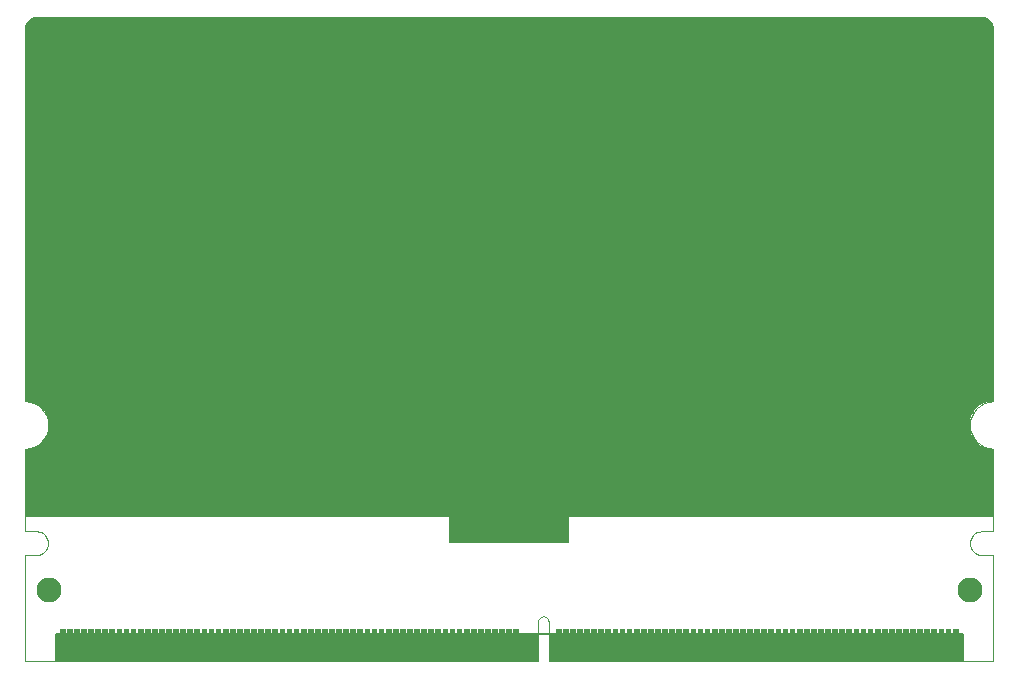
<source format=gbr>
*
%FSLAX26Y26*%
%MOIN*%
%ADD10C,0.003937*%
%ADD11C,0.005906*%
%ADD12R,0.089370X0.089370*%
%ADD13C,0.023811*%
%ADD14R,0.059055X0.059055*%
%ADD15R,0.157480X0.157480*%
%ADD16R,0.094488X0.094488*%
%ADD17R,0.020748X0.020748*%
%ADD18R,0.076772X0.076772*%
%ADD19R,0.158500X0.158500*%
%ADD20C,0.004000*%
%ADD21R,0.004000X0.004000*%
%ADD22C,0.077250*%
%ADD23C,0.082835*%
%ADD24R,0.004500X0.004500*%
%IPPOS*%
%LNgts.gbr*%
%LPD*%
G75*
G36*
X979Y484010D02*
Y707788D01*
X15983Y709310D01*
X30891Y713946D01*
X44381Y721275D01*
X56132Y730977D01*
X65829Y742734D01*
X67595Y745988D01*
X73745Y754089D01*
X75620Y764181D01*
X77779Y771139D01*
X78863Y781648D01*
X78855Y781797D01*
X79394Y787142D01*
X77783Y803149D01*
X73157Y818063D01*
X70233Y823453D01*
X69021Y826924D01*
X67428Y828625D01*
X65836Y831560D01*
X56139Y843320D01*
X44387Y853025D01*
X30896Y860356D01*
X15986Y864994D01*
X979Y866516D01*
Y2107260D01*
X1764Y2115036D01*
X3998Y2122227D01*
X7534Y2128736D01*
X12218Y2134408D01*
X17894Y2139088D01*
X24405Y2142621D01*
X31599Y2144854D01*
X39377Y2145638D01*
X2369866Y2145634D01*
X3190942Y2145429D01*
X3196703Y2144848D01*
X3203897Y2142615D01*
X3210404Y2139083D01*
X3216077Y2134403D01*
X3220757Y2128731D01*
X3224289Y2122222D01*
X3226521Y2115031D01*
X3227306Y2107255D01*
X3227069Y866561D01*
X3212097Y864928D01*
X3197227Y860266D01*
X3183775Y852925D01*
X3172059Y843221D01*
X3166765Y836785D01*
X3165478Y835585D01*
X3165029Y834675D01*
X3162395Y831472D01*
X3155098Y817996D01*
X3150487Y803109D01*
X3148876Y787136D01*
X3149334Y782596D01*
X3148942Y779286D01*
X3149958Y776414D01*
X3150487Y771170D01*
X3155097Y756293D01*
X3162391Y742822D01*
X3172049Y731079D01*
X3183758Y721377D01*
X3188664Y718697D01*
X3189887Y717475D01*
X3192073Y716836D01*
X3197202Y714035D01*
X3212062Y709370D01*
X3227026Y707804D01*
X3226930Y484010D01*
X979D01*
G37*
G54D10*
X3226708Y866561D02*
X3226347Y866486D01*
X3149101Y780627D02*
X3148942Y779286D01*
X3149262Y778383D01*
X3189887Y717475D02*
X3190104Y717411D01*
X3224961Y484010D02*
X2947D01*
X69089Y747957D02*
X73745Y754089D01*
X75254Y762213D01*
X69545Y825422D02*
X69021Y826924D01*
X2371832Y2145633D02*
X3188974Y2145430D01*
G54D11*
X102485Y3953D02*
Y90506D01*
X3126107D02*
Y3946D01*
G54D12*
X910556Y1049758D03*
G54D13*
D03*
G54D12*
Y1482829D03*
G54D13*
D03*
Y1374561D03*
G54D12*
D03*
Y1266294D03*
G54D13*
D03*
G54D12*
Y1158026D03*
G54D13*
D03*
X2318037Y1482829D03*
G54D12*
D03*
G54D13*
Y1374561D03*
G54D12*
D03*
G54D13*
Y1266294D03*
G54D12*
D03*
G54D13*
Y1158026D03*
G54D12*
D03*
G54D14*
X624730Y1575940D02*
Y1606255D01*
G54D13*
X694021Y1591097D03*
G54D12*
D03*
G54D13*
X910556Y1699365D03*
G54D12*
D03*
X2318037D03*
G54D13*
D03*
Y941491D03*
G54D12*
D03*
G54D13*
X802289Y1591097D03*
G54D12*
D03*
X748155Y1699365D03*
G54D13*
D03*
Y1482829D03*
G54D12*
D03*
G54D15*
X413509Y1512357D02*
Y1669837D01*
G54D16*
X535163Y1480270D02*
X637525D01*
X535163Y1701924D02*
X637525D01*
G54D13*
X531619Y1591097D03*
G54D12*
Y1557042D02*
Y1625152D01*
G54D13*
X748155Y941491D03*
G54D12*
D03*
X2480438Y1158026D03*
G54D13*
D03*
G54D15*
X413509Y971018D02*
Y1128498D01*
G54D16*
X535163Y1160585D02*
X637525D01*
X535163Y938931D02*
X637525D01*
G54D13*
X531619Y1049758D03*
G54D12*
Y1015703D02*
Y1083813D01*
G54D14*
X624730Y1034600D02*
Y1064915D01*
G54D12*
X694021Y1049758D03*
G54D13*
D03*
G54D12*
X748155Y1158026D03*
G54D13*
D03*
X802289Y1049758D03*
G54D12*
D03*
X2426304Y1591097D03*
G54D13*
D03*
X2480438Y1699365D03*
G54D12*
D03*
G54D14*
X2603863Y1575940D02*
Y1606255D01*
G54D12*
X2534572Y1591097D03*
G54D13*
D03*
G54D15*
X2815084Y1512357D02*
Y1669837D01*
G54D16*
X2591068Y1701924D02*
X2693430D01*
X2591068Y1480270D02*
X2693430D01*
G54D13*
X2696974Y1591097D03*
G54D12*
Y1557042D02*
Y1625152D01*
G54D16*
X2591068Y938931D02*
X2693430D01*
X2591068Y1160585D02*
X2693430D01*
G54D15*
X2815084Y971018D02*
Y1128498D01*
G54D12*
X2696974Y1015703D02*
Y1083813D01*
G54D13*
Y1049758D03*
G54D14*
X2603863Y1034600D02*
Y1064915D01*
G54D12*
X2534572Y1049758D03*
G54D13*
D03*
X2480438Y941491D03*
G54D12*
D03*
X2426304Y1049758D03*
G54D13*
D03*
X2480438Y1482829D03*
G54D12*
D03*
G54D17*
X126107Y23577D02*
Y98381D01*
X149730Y23577D02*
Y98381D01*
X173352Y23577D02*
Y98381D01*
X196974Y23577D02*
Y98381D01*
X220596Y23577D02*
Y98381D01*
X244218Y23577D02*
Y98381D01*
X267840Y23577D02*
Y98381D01*
X291462Y23577D02*
Y98381D01*
X315084Y23577D02*
Y98381D01*
X338706Y23577D02*
Y98381D01*
X362328Y23577D02*
Y98381D01*
X385950Y23577D02*
Y98381D01*
X409572Y23577D02*
Y98381D01*
X433194Y23577D02*
Y98381D01*
X456816Y23577D02*
Y98381D01*
X480438Y23577D02*
Y98381D01*
X504060Y23577D02*
Y98381D01*
X527682Y23577D02*
Y98381D01*
X551304Y23577D02*
Y98381D01*
X574926Y23577D02*
Y98381D01*
X598548Y23577D02*
Y98381D01*
X622170Y23577D02*
Y98381D01*
X645793Y23577D02*
Y98381D01*
X669415Y23577D02*
Y98381D01*
X693037Y23577D02*
Y98381D01*
X716659Y23577D02*
Y98381D01*
X740281Y23577D02*
Y98381D01*
X763903Y23577D02*
Y98381D01*
X787525Y23577D02*
Y98381D01*
X811147Y23577D02*
Y98381D01*
X834769Y23577D02*
Y98381D01*
X858391Y23577D02*
Y98381D01*
X882013Y23577D02*
Y98381D01*
X905635Y23577D02*
Y98381D01*
X929257Y23577D02*
Y98381D01*
X952879Y23577D02*
Y98381D01*
X976501Y23577D02*
Y98381D01*
X1000123Y23577D02*
Y98381D01*
X1023745Y23577D02*
Y98381D01*
X1047367Y23577D02*
Y98381D01*
X1070989Y23577D02*
Y98381D01*
X1094611Y23577D02*
Y98381D01*
X1118233Y23577D02*
Y98381D01*
X1141856Y23577D02*
Y98381D01*
X1165478Y23577D02*
Y98381D01*
X1189100Y23577D02*
Y98381D01*
X1212722Y23577D02*
Y98381D01*
X1236344Y23577D02*
Y98381D01*
X1259966Y23577D02*
Y98381D01*
X1283588Y23577D02*
Y98381D01*
X1307210Y23577D02*
Y98381D01*
X1330832Y23577D02*
Y98381D01*
X1354454Y23577D02*
Y98381D01*
X1378076Y23577D02*
Y98381D01*
X1401698Y23577D02*
Y98381D01*
X1425320Y23577D02*
Y98381D01*
X1448942Y23577D02*
Y98381D01*
X1472564Y23577D02*
Y98381D01*
X1496186Y23577D02*
Y98381D01*
X1519808Y23577D02*
Y98381D01*
X1543430Y23577D02*
Y98381D01*
X1567052Y23577D02*
Y98381D01*
X1590674Y23577D02*
Y98381D01*
X1614296Y23577D02*
Y98381D01*
X1637919Y23577D02*
Y98381D01*
X1779651Y23577D02*
Y98381D01*
X1803273Y23577D02*
Y98381D01*
X1826895Y23577D02*
Y98381D01*
X1850517Y23577D02*
Y98381D01*
X1874139Y23577D02*
Y98381D01*
X1897761Y23577D02*
Y98381D01*
X1921383Y23577D02*
Y98381D01*
X1945005Y23577D02*
Y98381D01*
X1968627Y23577D02*
Y98381D01*
X1992249Y23577D02*
Y98381D01*
X2015871Y23577D02*
Y98381D01*
X2039493Y23577D02*
Y98381D01*
X2063115Y23577D02*
Y98381D01*
X2086737Y23577D02*
Y98381D01*
X2110359Y23577D02*
Y98381D01*
X2133981Y23577D02*
Y98381D01*
X2157604Y23577D02*
Y98381D01*
X2181226Y23577D02*
Y98381D01*
X2204848Y23577D02*
Y98381D01*
X2228470Y23577D02*
Y98381D01*
X2252092Y23577D02*
Y98381D01*
X2275714Y23577D02*
Y98381D01*
X2299336Y23577D02*
Y98381D01*
X2322958Y23577D02*
Y98381D01*
X2346580Y23577D02*
Y98381D01*
X2370202Y23577D02*
Y98381D01*
X2393824Y23577D02*
Y98381D01*
X2417446Y23577D02*
Y98381D01*
X2441068Y23577D02*
Y98381D01*
X2464690Y23577D02*
Y98381D01*
X2488312Y23577D02*
Y98381D01*
X2511934Y23577D02*
Y98381D01*
X2535556Y23577D02*
Y98381D01*
X2559178Y23577D02*
Y98381D01*
X2582800Y23577D02*
Y98381D01*
X2606422Y23577D02*
Y98381D01*
X2630044Y23577D02*
Y98381D01*
X2653667Y23577D02*
Y98381D01*
X2677289Y23577D02*
Y98381D01*
X2700911Y23577D02*
Y98381D01*
X2724533Y23577D02*
Y98381D01*
X2748155Y23577D02*
Y98381D01*
X2771777Y23577D02*
Y98381D01*
X2795399Y23577D02*
Y98381D01*
X2819021Y23577D02*
Y98381D01*
X2842643Y23577D02*
Y98381D01*
X2866265Y23577D02*
Y98381D01*
X2889887Y23577D02*
Y98381D01*
X2913509Y23577D02*
Y98381D01*
X2937131Y23577D02*
Y98381D01*
X2960753Y23577D02*
Y98381D01*
X2984375Y23577D02*
Y98381D01*
X3007997Y23577D02*
Y98381D01*
X3031619Y23577D02*
Y98381D01*
X3055241Y23577D02*
Y98381D01*
X3078863Y23577D02*
Y98381D01*
X3102485Y23577D02*
Y98381D01*
G54D12*
X1776698Y1591097D03*
G54D13*
D03*
Y1482829D03*
G54D12*
D03*
Y1374561D03*
G54D13*
D03*
G54D12*
Y1266294D03*
G54D13*
D03*
Y1158026D03*
G54D12*
D03*
G54D13*
Y1049758D03*
G54D12*
D03*
G54D13*
X1884966Y1591097D03*
G54D12*
D03*
Y1482829D03*
G54D13*
D03*
G54D12*
Y1374561D03*
G54D13*
D03*
Y1266294D03*
G54D12*
D03*
G54D13*
Y1158026D03*
G54D12*
D03*
Y1049758D03*
G54D13*
D03*
X1993233Y1591097D03*
G54D12*
D03*
G54D13*
Y1482829D03*
G54D12*
D03*
Y1374561D03*
G54D13*
D03*
G54D12*
Y1266294D03*
G54D13*
D03*
Y1158026D03*
G54D12*
D03*
Y1049758D03*
G54D13*
D03*
X2101501Y1374561D03*
G54D12*
D03*
G54D13*
Y1266294D03*
G54D12*
D03*
G54D13*
Y1158026D03*
G54D12*
D03*
Y1049758D03*
G54D13*
D03*
G54D12*
X2209769Y1591097D03*
G54D13*
D03*
G54D12*
Y1482829D03*
G54D13*
D03*
Y1374561D03*
G54D12*
D03*
G54D13*
Y1266294D03*
G54D12*
D03*
Y1158026D03*
G54D13*
D03*
G54D12*
Y1049758D03*
G54D13*
D03*
X2318037Y1591097D03*
G54D12*
D03*
Y1049758D03*
G54D13*
D03*
G54D12*
X910556Y1591097D03*
G54D13*
D03*
X1018824D03*
G54D12*
D03*
Y1482829D03*
G54D13*
D03*
Y1374561D03*
G54D12*
D03*
Y1266294D03*
G54D13*
D03*
Y1158026D03*
G54D12*
D03*
Y1049758D03*
G54D13*
D03*
G54D12*
X1127092Y1374561D03*
G54D13*
D03*
G54D12*
Y1266294D03*
G54D13*
D03*
Y1158026D03*
G54D12*
D03*
Y1049758D03*
G54D13*
D03*
X1235359Y1591097D03*
G54D12*
D03*
G54D13*
Y1482829D03*
G54D12*
D03*
Y1374561D03*
G54D13*
D03*
G54D12*
Y1266294D03*
G54D13*
D03*
Y1158026D03*
G54D12*
D03*
G54D13*
Y1049758D03*
G54D12*
D03*
G54D13*
X1343627Y1591097D03*
G54D12*
D03*
G54D13*
Y1482829D03*
G54D12*
D03*
Y1374561D03*
G54D13*
D03*
G54D12*
Y1266294D03*
G54D13*
D03*
G54D12*
Y1158026D03*
G54D13*
D03*
Y1049758D03*
G54D12*
D03*
G54D13*
X1451895Y1591097D03*
G54D12*
D03*
Y1482829D03*
G54D13*
D03*
Y1374561D03*
G54D12*
D03*
G54D13*
Y1266294D03*
G54D12*
D03*
Y1158026D03*
G54D13*
D03*
Y1049758D03*
G54D12*
D03*
X1560163Y1374561D03*
G54D13*
D03*
Y1266294D03*
G54D12*
D03*
G54D13*
Y1158026D03*
G54D12*
D03*
G54D13*
Y1049758D03*
G54D12*
D03*
X1668430Y1591097D03*
G54D13*
D03*
G54D12*
Y1482829D03*
G54D13*
D03*
Y1374561D03*
G54D12*
D03*
Y1266294D03*
G54D13*
D03*
Y1158026D03*
G54D12*
D03*
G54D13*
Y1049758D03*
G54D12*
D03*
G54D13*
X1776698Y1699365D03*
G54D12*
D03*
G54D13*
Y941491D03*
G54D12*
D03*
G54D13*
X1884966Y1699365D03*
G54D12*
D03*
G54D13*
Y941491D03*
G54D12*
D03*
G54D13*
X1993233Y1699365D03*
G54D12*
D03*
Y941491D03*
G54D13*
D03*
X2101501Y1699365D03*
G54D12*
D03*
G54D13*
Y941491D03*
G54D12*
D03*
G54D13*
X2209769Y1699365D03*
G54D12*
D03*
Y941491D03*
G54D13*
D03*
G54D12*
X1018824Y1699365D03*
G54D13*
D03*
G54D12*
Y941491D03*
G54D13*
D03*
G54D12*
X1127092Y1699365D03*
G54D13*
D03*
Y941491D03*
G54D12*
D03*
X1235359Y1699365D03*
G54D13*
D03*
Y941491D03*
G54D12*
D03*
X1343627Y1699365D03*
G54D13*
D03*
Y941491D03*
G54D12*
D03*
G54D13*
X1451895Y1699365D03*
G54D12*
D03*
G54D13*
Y941491D03*
G54D12*
D03*
X1560163Y1699365D03*
G54D13*
D03*
Y941491D03*
G54D12*
D03*
G54D13*
X1668430Y1699365D03*
G54D12*
D03*
G54D13*
Y941491D03*
G54D12*
D03*
G54D18*
X1120793Y1597396D02*
X1133391D01*
G54D13*
X1127092Y1591097D03*
Y1482829D03*
G54D18*
X1120793Y1476530D02*
X1133391D01*
G54D13*
X2101501Y1591097D03*
G54D18*
X2095202Y1597396D02*
X2107800D01*
G54D12*
X910556Y941491D03*
G54D13*
D03*
G54D18*
X2095202Y1476530D02*
X2107800D01*
G54D13*
X2101501Y1482829D03*
G54D18*
X1553864Y1597396D02*
X1566462D01*
G54D13*
X1560163Y1591097D03*
G54D18*
X1553864Y1476530D02*
X1566462D01*
G54D13*
X1560163Y1482829D03*
G54D19*
X1494171Y473971D02*
X1734421D01*
G54D20*
X1416921Y553221D03*
X1811671D03*
G54D21*
X1418921D02*
X1809671D01*
G54D20*
X1416921Y394721D03*
X1811671D03*
G54D21*
X1418921D02*
X1809671D01*
G54D22*
X78889Y236150D03*
X3149689D03*
G54D20*
X0Y0D02*
Y354086D01*
X39286D01*
X47194Y355039D01*
X54560Y357322D01*
X61226Y360937D01*
X67034Y365726D01*
X71826Y371531D01*
X75445Y378196D01*
X77732Y385560D01*
X78531Y393468D01*
X77732Y401375D01*
X75445Y408740D01*
X71826Y415404D01*
X67034Y421209D01*
X61226Y425999D01*
X54560Y429613D01*
X47194Y431896D01*
X39286Y432692D01*
X-21Y432671D01*
Y708692D01*
X15782Y710294D01*
X30500Y714872D01*
X43819Y722107D01*
X55422Y731687D01*
X64996Y743296D01*
X72225Y756618D01*
X76794Y771338D01*
X78389Y787142D01*
X76798Y802949D01*
X72231Y817673D01*
X65003Y830998D01*
X55429Y842610D01*
X43825Y852193D01*
X30505Y859431D01*
X15785Y864009D01*
X-21Y865612D01*
Y2107311D01*
X779Y2115236D01*
X3073Y2122618D01*
X6702Y2129298D01*
X11508Y2135119D01*
X17332Y2139921D01*
X24015Y2143547D01*
X31399Y2145839D01*
X39326Y2146638D01*
X3188978Y2146632D01*
X3196904Y2145833D01*
X3204286Y2143542D01*
X3210967Y2139916D01*
X3216787Y2135113D01*
X3221589Y2129293D01*
X3225215Y2122613D01*
X3227506Y2115231D01*
X3228306Y2107306D01*
X3228069Y865586D01*
X3212301Y863944D01*
X3197620Y859342D01*
X3184339Y852093D01*
X3172771Y842511D01*
X3163228Y830911D01*
X3156024Y817606D01*
X3151472Y802909D01*
X3149881Y787136D01*
X3151472Y771370D01*
X3156024Y756682D01*
X3163224Y743383D01*
X3172761Y731787D01*
X3184322Y722209D01*
X3197594Y714959D01*
X3212267Y710354D01*
X3228026Y708705D01*
X3227908Y432663D01*
X3188907Y432684D01*
X3180999Y431889D01*
X3173633Y429606D01*
X3166967Y425991D01*
X3161159Y421202D01*
X3156367Y415396D01*
X3152748Y408732D01*
X3150461Y401367D01*
X3149662Y393460D01*
X3150461Y385552D01*
X3152748Y378188D01*
X3156367Y371524D01*
X3161159Y365718D01*
X3166967Y360929D01*
X3173633Y357315D01*
X3180999Y355031D01*
X3188907Y354236D01*
X3188891Y354157D01*
X3188907Y354078D01*
X3227888D01*
X3227770Y-7D01*
X1745781D01*
Y131948D01*
X1745290Y136069D01*
X1743844Y139960D01*
X1741524Y143402D01*
X1738460Y146202D01*
X1734824Y148203D01*
X1730820Y149294D01*
X1726671Y149414D01*
X1722610Y148555D01*
X1718865Y146766D01*
X1715646Y144146D01*
X1713132Y140844D01*
X1711464Y137043D01*
X1710737Y132957D01*
X1710708Y131948D01*
Y0D01*
X0D01*
G54D23*
X78889Y236150D03*
X3149689D03*
G36*
X102485Y0D02*
Y90506D01*
X1710708D01*
Y0D01*
X102485D01*
G37*
G36*
X1745781Y-7D02*
Y90506D01*
X3126107D01*
Y-7D01*
X1745781D01*
G37*
G54D11*
X102485Y90506D02*
X3126107D01*
%LPC*%
G75*
X3126107Y90506D02*
G54D24*
X137940Y109319D02*
Y95480D01*
X161562Y109319D02*
Y95480D01*
X185184Y109319D02*
Y95480D01*
X208806Y109319D02*
Y95480D01*
X232428Y109319D02*
Y95480D01*
X256050Y109319D02*
Y95480D01*
X279672Y109319D02*
Y95480D01*
X303294Y109319D02*
Y95480D01*
X326916Y109319D02*
Y95480D01*
X350538Y109319D02*
Y95480D01*
X374160Y109319D02*
Y95480D01*
X397782Y109319D02*
Y95480D01*
X421404Y109319D02*
Y95480D01*
X445026Y109319D02*
Y95480D01*
X468648Y109319D02*
Y95480D01*
X492270Y109319D02*
Y95480D01*
X515892Y109319D02*
Y95480D01*
X539514Y109319D02*
Y95480D01*
X563137Y109319D02*
Y95480D01*
X586759Y109319D02*
Y95480D01*
X610381Y109319D02*
Y95480D01*
X634003Y109319D02*
Y95480D01*
X657625Y109319D02*
Y95480D01*
X681247Y109319D02*
Y95480D01*
X704869Y109319D02*
Y95480D01*
X728491Y109319D02*
Y95480D01*
X752113Y109319D02*
Y95480D01*
X775735Y109319D02*
Y95480D01*
X799357Y109319D02*
Y95480D01*
X822979Y109319D02*
Y95480D01*
X846601Y109319D02*
Y95480D01*
X870223Y109319D02*
Y95480D01*
X893845Y109319D02*
Y95480D01*
X917467Y109319D02*
Y95480D01*
X941089Y109319D02*
Y95480D01*
X964711Y109319D02*
Y95480D01*
X988333Y109319D02*
Y95480D01*
X1011955Y109319D02*
Y95480D01*
X1035577Y109319D02*
Y95480D01*
X1059200Y109319D02*
Y95480D01*
X1082822Y109319D02*
Y95480D01*
X1106444Y109319D02*
Y95480D01*
X1130066Y109319D02*
Y95480D01*
X1153688Y109319D02*
Y95480D01*
X1177310Y109319D02*
Y95480D01*
X1200932Y109319D02*
Y95480D01*
X1224554Y109319D02*
Y95480D01*
X1248176Y109319D02*
Y95480D01*
X1271798Y109319D02*
Y95480D01*
X1295420Y109319D02*
Y95480D01*
X1319042Y109319D02*
Y95480D01*
X1342664Y109319D02*
Y95480D01*
X1366286Y109319D02*
Y95480D01*
X1389908Y109319D02*
Y95480D01*
X1413530Y109319D02*
Y95480D01*
X1437152Y109319D02*
Y95480D01*
X1460774Y109319D02*
Y95480D01*
X1484396Y109319D02*
Y95480D01*
X1508018Y109319D02*
Y95480D01*
X1531640Y109319D02*
Y95480D01*
X1555263Y109319D02*
Y95480D01*
X1578885Y109319D02*
Y95480D01*
X1602507Y109319D02*
Y95480D01*
X1626129Y109319D02*
Y95480D01*
X1791483Y109319D02*
Y95480D01*
X1815105Y109319D02*
Y95480D01*
X1838727Y109319D02*
Y95480D01*
X1862349Y109319D02*
Y95480D01*
X1885971Y109319D02*
Y95480D01*
X1909593Y109319D02*
Y95480D01*
X1933215Y109319D02*
Y95480D01*
X1956837Y109319D02*
Y95480D01*
X1980459Y109319D02*
Y95480D01*
X2004081Y109319D02*
Y95480D01*
X2027703Y109319D02*
Y95480D01*
X2051325Y109319D02*
Y95480D01*
X2074948Y109319D02*
Y95480D01*
X2098570Y109319D02*
Y95480D01*
X2122192Y109319D02*
Y95480D01*
X2145814Y109319D02*
Y95480D01*
X2169436Y109319D02*
Y95480D01*
X2193058Y109319D02*
Y95480D01*
X2216680Y109319D02*
Y95480D01*
X2240302Y109319D02*
Y95480D01*
X2263924Y109319D02*
Y95480D01*
X2287546Y109319D02*
Y95480D01*
X2311168Y109319D02*
Y95480D01*
X2334790Y109319D02*
Y95480D01*
X2358412Y109319D02*
Y95480D01*
X2382034Y109319D02*
Y95480D01*
X2405656Y109319D02*
Y95480D01*
X2429278Y109319D02*
Y95480D01*
X2452900Y109319D02*
Y95480D01*
X2476522Y109319D02*
Y95480D01*
X2500144Y109319D02*
Y95480D01*
X2523766Y109319D02*
Y95480D01*
X2547388Y109319D02*
Y95480D01*
X2571011Y109319D02*
Y95480D01*
X2594633Y109319D02*
Y95480D01*
X2618255Y109319D02*
Y95480D01*
X2641877Y109319D02*
Y95480D01*
X2665499Y109319D02*
Y95480D01*
X2689121Y109319D02*
Y95480D01*
X2712743Y109319D02*
Y95480D01*
X2736365Y109319D02*
Y95480D01*
X2759987Y109319D02*
Y95480D01*
X2783609Y109319D02*
Y95480D01*
X2807231Y109319D02*
Y95480D01*
X2830853Y109319D02*
Y95480D01*
X2854475Y109319D02*
Y95480D01*
X2878097Y109319D02*
Y95480D01*
X2925341Y109319D02*
Y95480D01*
X2948963Y109319D02*
Y95480D01*
X2972585Y109319D02*
Y95480D01*
X2996207Y109319D02*
Y95480D01*
X3019829Y109319D02*
Y95480D01*
X3043451Y109319D02*
Y95480D01*
X3067074Y109319D02*
Y95480D01*
X3090696Y109319D02*
Y95480D01*
X2901719Y109319D02*
Y95480D01*
M02*

</source>
